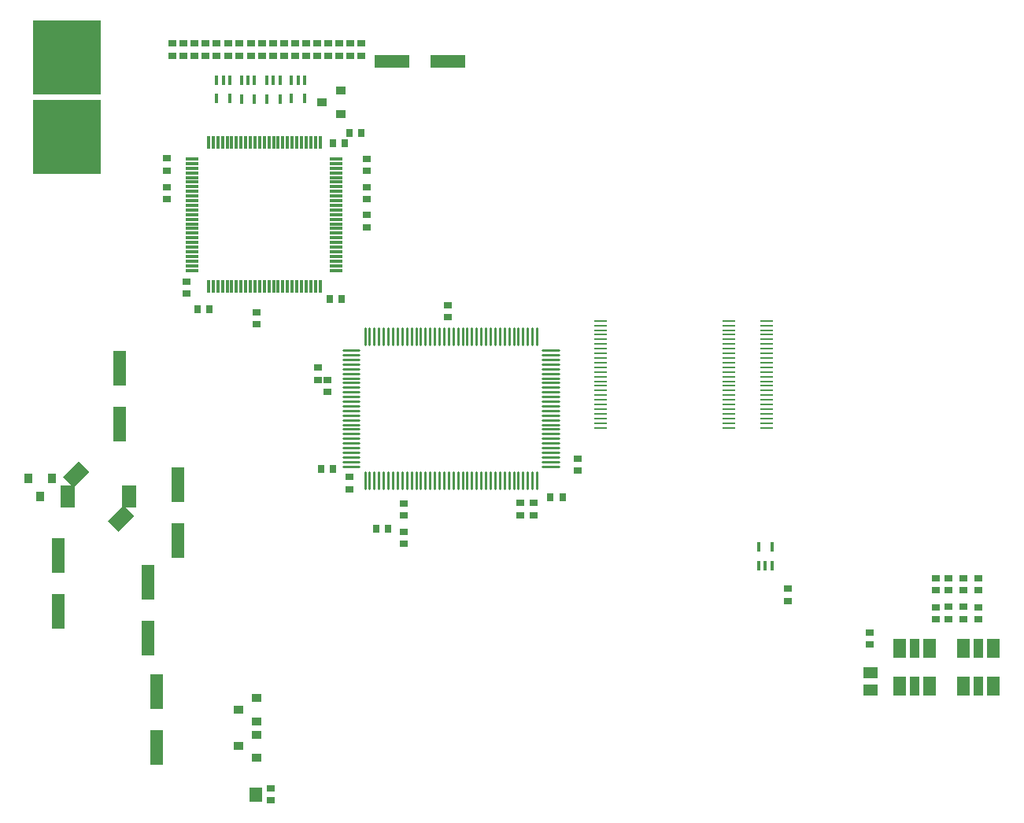
<source format=gbr>
G04 EAGLE Gerber RS-274X export*
G75*
%MOMM*%
%FSLAX34Y34*%
%LPD*%
%INSolderpaste Top*%
%IPPOS*%
%AMOC8*
5,1,8,0,0,1.08239X$1,22.5*%
G01*
%ADD10R,7.289800X8.051800*%
%ADD11R,1.346200X1.549400*%
%ADD12C,0.254000*%
%ADD13R,0.323600X1.347200*%
%ADD14R,1.347200X0.323600*%
%ADD15R,1.422400X0.254000*%
%ADD16R,0.900000X0.700000*%
%ADD17R,0.700000X0.900000*%
%ADD18R,0.400000X1.000000*%
%ADD19R,1.400000X3.800000*%
%ADD20R,3.800000X1.400000*%
%ADD21R,1.100000X0.900000*%
%ADD22R,0.900000X1.100000*%
%ADD23R,1.400000X2.000000*%
%ADD24R,1.000000X2.000000*%
%ADD25R,1.600000X2.400000*%
%ADD26R,2.400000X1.600000*%
%ADD27R,1.500000X1.300000*%


D10*
X74803Y852551D03*
X74930Y766572D03*
D11*
X278003Y59055D03*
D12*
X395220Y388376D02*
X395220Y405836D01*
X400220Y405836D02*
X400220Y388376D01*
X405220Y388376D02*
X405220Y405836D01*
X410220Y405836D02*
X410220Y388376D01*
X415220Y388376D02*
X415220Y405836D01*
X420220Y405836D02*
X420220Y388376D01*
X425220Y388376D02*
X425220Y405836D01*
X430220Y405836D02*
X430220Y388376D01*
X435220Y388376D02*
X435220Y405836D01*
X440220Y405836D02*
X440220Y388376D01*
X445220Y388376D02*
X445220Y405836D01*
X450220Y405836D02*
X450220Y388376D01*
X455220Y388376D02*
X455220Y405836D01*
X460220Y405836D02*
X460220Y388376D01*
X465220Y388376D02*
X465220Y405836D01*
X470220Y405836D02*
X470220Y388376D01*
X475220Y388376D02*
X475220Y405836D01*
X480220Y405836D02*
X480220Y388376D01*
X485220Y388376D02*
X485220Y405836D01*
X490220Y405836D02*
X490220Y388376D01*
X495220Y388376D02*
X495220Y405836D01*
X500220Y405836D02*
X500220Y388376D01*
X505220Y388376D02*
X505220Y405836D01*
X510220Y405836D02*
X510220Y388376D01*
X515220Y388376D02*
X515220Y405836D01*
X520220Y405836D02*
X520220Y388376D01*
X525220Y388376D02*
X525220Y405836D01*
X530220Y405836D02*
X530220Y388376D01*
X535220Y388376D02*
X535220Y405836D01*
X540220Y405836D02*
X540220Y388376D01*
X545220Y388376D02*
X545220Y405836D01*
X550220Y405836D02*
X550220Y388376D01*
X555220Y388376D02*
X555220Y405836D01*
X560220Y405836D02*
X560220Y388376D01*
X565220Y388376D02*
X565220Y405836D01*
X570220Y405836D02*
X570220Y388376D01*
X575220Y388376D02*
X575220Y405836D01*
X580220Y405836D02*
X580220Y388376D01*
X586490Y412106D02*
X603950Y412106D01*
X603950Y417106D02*
X586490Y417106D01*
X586490Y422106D02*
X603950Y422106D01*
X603950Y427106D02*
X586490Y427106D01*
X586490Y432106D02*
X603950Y432106D01*
X603950Y437106D02*
X586490Y437106D01*
X586490Y442106D02*
X603950Y442106D01*
X603950Y447106D02*
X586490Y447106D01*
X586490Y452106D02*
X603950Y452106D01*
X603950Y457106D02*
X586490Y457106D01*
X586490Y462106D02*
X603950Y462106D01*
X603950Y467106D02*
X586490Y467106D01*
X586490Y472106D02*
X603950Y472106D01*
X603950Y477106D02*
X586490Y477106D01*
X586490Y482106D02*
X603950Y482106D01*
X603950Y487106D02*
X586490Y487106D01*
X586490Y492106D02*
X603950Y492106D01*
X603950Y497106D02*
X586490Y497106D01*
X586490Y502106D02*
X603950Y502106D01*
X603950Y507106D02*
X586490Y507106D01*
X586490Y512106D02*
X603950Y512106D01*
X603950Y517106D02*
X586490Y517106D01*
X586490Y522106D02*
X603950Y522106D01*
X603950Y527106D02*
X586490Y527106D01*
X586490Y532106D02*
X603950Y532106D01*
X603950Y537106D02*
X586490Y537106D01*
X580220Y543376D02*
X580220Y560836D01*
X575220Y560836D02*
X575220Y543376D01*
X570220Y543376D02*
X570220Y560836D01*
X565220Y560836D02*
X565220Y543376D01*
X560220Y543376D02*
X560220Y560836D01*
X555220Y560836D02*
X555220Y543376D01*
X550220Y543376D02*
X550220Y560836D01*
X545220Y560836D02*
X545220Y543376D01*
X540220Y543376D02*
X540220Y560836D01*
X535220Y560836D02*
X535220Y543376D01*
X530220Y543376D02*
X530220Y560836D01*
X525220Y560836D02*
X525220Y543376D01*
X520220Y543376D02*
X520220Y560836D01*
X515220Y560836D02*
X515220Y543376D01*
X510220Y543376D02*
X510220Y560836D01*
X505220Y560836D02*
X505220Y543376D01*
X500220Y543376D02*
X500220Y560836D01*
X495220Y560836D02*
X495220Y543376D01*
X490220Y543376D02*
X490220Y560836D01*
X485220Y560836D02*
X485220Y543376D01*
X480220Y543376D02*
X480220Y560836D01*
X475220Y560836D02*
X475220Y543376D01*
X470220Y543376D02*
X470220Y560836D01*
X465220Y560836D02*
X465220Y543376D01*
X460220Y543376D02*
X460220Y560836D01*
X455220Y560836D02*
X455220Y543376D01*
X450220Y543376D02*
X450220Y560836D01*
X445220Y560836D02*
X445220Y543376D01*
X440220Y543376D02*
X440220Y560836D01*
X435220Y560836D02*
X435220Y543376D01*
X430220Y543376D02*
X430220Y560836D01*
X425220Y560836D02*
X425220Y543376D01*
X420220Y543376D02*
X420220Y560836D01*
X415220Y560836D02*
X415220Y543376D01*
X410220Y543376D02*
X410220Y560836D01*
X405220Y560836D02*
X405220Y543376D01*
X400220Y543376D02*
X400220Y560836D01*
X395220Y560836D02*
X395220Y543376D01*
X388950Y537106D02*
X371490Y537106D01*
X371490Y532106D02*
X388950Y532106D01*
X388950Y527106D02*
X371490Y527106D01*
X371490Y522106D02*
X388950Y522106D01*
X388950Y517106D02*
X371490Y517106D01*
X371490Y512106D02*
X388950Y512106D01*
X388950Y507106D02*
X371490Y507106D01*
X371490Y502106D02*
X388950Y502106D01*
X388950Y497106D02*
X371490Y497106D01*
X371490Y492106D02*
X388950Y492106D01*
X388950Y487106D02*
X371490Y487106D01*
X371490Y482106D02*
X388950Y482106D01*
X388950Y477106D02*
X371490Y477106D01*
X371490Y472106D02*
X388950Y472106D01*
X388950Y467106D02*
X371490Y467106D01*
X371490Y462106D02*
X388950Y462106D01*
X388950Y457106D02*
X371490Y457106D01*
X371490Y452106D02*
X388950Y452106D01*
X388950Y447106D02*
X371490Y447106D01*
X371490Y442106D02*
X388950Y442106D01*
X388950Y437106D02*
X371490Y437106D01*
X371490Y432106D02*
X388950Y432106D01*
X388950Y427106D02*
X371490Y427106D01*
X371490Y422106D02*
X388950Y422106D01*
X388950Y417106D02*
X371490Y417106D01*
X371490Y412106D02*
X388950Y412106D01*
D13*
X227020Y605680D03*
X232020Y605680D03*
X237020Y605680D03*
X242020Y605680D03*
X247020Y605680D03*
X252020Y605680D03*
X257020Y605680D03*
X262020Y605680D03*
X267020Y605680D03*
X272020Y605680D03*
X277020Y605680D03*
X282020Y605680D03*
X287020Y605680D03*
X292020Y605680D03*
X297020Y605680D03*
X302020Y605680D03*
X307020Y605680D03*
X312020Y605680D03*
X317020Y605680D03*
X322020Y605680D03*
X327020Y605680D03*
X332020Y605680D03*
X337020Y605680D03*
X342020Y605680D03*
X347020Y605680D03*
D14*
X364346Y623006D03*
X364346Y628006D03*
X364346Y633006D03*
X364346Y638006D03*
X364346Y643006D03*
X364346Y648006D03*
X364346Y653006D03*
X364346Y658006D03*
X364346Y663006D03*
X364346Y668006D03*
X364346Y673006D03*
X364346Y678006D03*
X364346Y683006D03*
X364346Y688006D03*
X364346Y693006D03*
X364346Y698006D03*
X364346Y703006D03*
X364346Y708006D03*
X364346Y713006D03*
X364346Y718006D03*
X364346Y723006D03*
X364346Y728006D03*
X364346Y733006D03*
X364346Y738006D03*
X364346Y743006D03*
D13*
X347020Y760332D03*
X342020Y760332D03*
X337020Y760332D03*
X332020Y760332D03*
X327020Y760332D03*
X322020Y760332D03*
X317020Y760332D03*
X312020Y760332D03*
X307020Y760332D03*
X302020Y760332D03*
X297020Y760332D03*
X292020Y760332D03*
X287020Y760332D03*
X282020Y760332D03*
X277020Y760332D03*
X272020Y760332D03*
X267020Y760332D03*
X262020Y760332D03*
X257020Y760332D03*
X252020Y760332D03*
X247020Y760332D03*
X242020Y760332D03*
X237020Y760332D03*
X232020Y760332D03*
X227020Y760332D03*
D14*
X209694Y743006D03*
X209694Y738006D03*
X209694Y733006D03*
X209694Y728006D03*
X209694Y723006D03*
X209694Y718006D03*
X209694Y713006D03*
X209694Y708006D03*
X209694Y703006D03*
X209694Y698006D03*
X209694Y693006D03*
X209694Y688006D03*
X209694Y683006D03*
X209694Y678006D03*
X209694Y673006D03*
X209694Y668006D03*
X209694Y663006D03*
X209694Y658006D03*
X209694Y653006D03*
X209694Y648006D03*
X209694Y643006D03*
X209694Y638006D03*
X209694Y633006D03*
X209694Y628006D03*
X209694Y623006D03*
D15*
X648970Y568706D03*
X648970Y563706D03*
X648970Y558706D03*
X648970Y553706D03*
X648970Y548706D03*
X648970Y543706D03*
X648970Y538706D03*
X648970Y533706D03*
X648970Y528706D03*
X648970Y523706D03*
X648970Y518706D03*
X648970Y513706D03*
X648970Y508706D03*
X648970Y503706D03*
X648970Y498706D03*
X648970Y493706D03*
X648970Y488706D03*
X648970Y483706D03*
X648970Y478706D03*
X648970Y473706D03*
X648970Y468706D03*
X648970Y463706D03*
X648970Y458706D03*
X648970Y453706D03*
X826970Y453706D03*
X826970Y458706D03*
X826970Y463706D03*
X826970Y468706D03*
X826970Y473706D03*
X826970Y478706D03*
X826970Y483706D03*
X826970Y488706D03*
X826970Y493706D03*
X826970Y498706D03*
X826970Y503706D03*
X826970Y508706D03*
X826970Y513706D03*
X826970Y518706D03*
X826970Y523706D03*
X826970Y528706D03*
X826970Y533706D03*
X826970Y538706D03*
X826970Y543706D03*
X826970Y548706D03*
X826970Y553706D03*
X826970Y558706D03*
X826970Y563706D03*
X826970Y568706D03*
X786970Y453706D03*
X786970Y458706D03*
X786970Y463706D03*
X786970Y468706D03*
X786970Y473706D03*
X786970Y478706D03*
X786970Y483706D03*
X786970Y488706D03*
X786970Y493706D03*
X786970Y498706D03*
X786970Y503706D03*
X786970Y508706D03*
X786970Y513706D03*
X786970Y518706D03*
X786970Y523706D03*
X786970Y528706D03*
X786970Y533706D03*
X786970Y538706D03*
X786970Y543706D03*
X786970Y548706D03*
X786970Y553706D03*
X786970Y558706D03*
X786970Y563706D03*
X786970Y568706D03*
D16*
X484886Y572747D03*
X484886Y585747D03*
X576834Y359768D03*
X576834Y372768D03*
X562102Y359768D03*
X562102Y372768D03*
X437134Y359514D03*
X437134Y372514D03*
X437134Y329034D03*
X437134Y342034D03*
D17*
X407520Y344932D03*
X420520Y344932D03*
D18*
X249824Y807880D03*
X235824Y807880D03*
X235824Y827880D03*
X242824Y827880D03*
X249824Y827880D03*
X276494Y807626D03*
X262494Y807626D03*
X262494Y827626D03*
X269494Y827626D03*
X276494Y827626D03*
X303926Y807626D03*
X289926Y807626D03*
X289926Y827626D03*
X296926Y827626D03*
X303926Y827626D03*
X330342Y807880D03*
X316342Y807880D03*
X316342Y827880D03*
X323342Y827880D03*
X330342Y827880D03*
D16*
X397256Y730354D03*
X397256Y743354D03*
X397256Y682648D03*
X397256Y669648D03*
X397256Y699874D03*
X397256Y712874D03*
X200152Y854052D03*
X200152Y867052D03*
X212090Y854052D03*
X212090Y867052D03*
X224028Y854052D03*
X224028Y867052D03*
X235966Y854052D03*
X235966Y867052D03*
X247904Y854052D03*
X247904Y867052D03*
X259842Y854052D03*
X259842Y867052D03*
X272542Y854052D03*
X272542Y867052D03*
X284734Y854052D03*
X284734Y867052D03*
X296672Y854052D03*
X296672Y867052D03*
X308610Y854052D03*
X308610Y867052D03*
X320294Y854052D03*
X320294Y867052D03*
X343916Y854052D03*
X343916Y867052D03*
X379730Y854052D03*
X379730Y867052D03*
X355854Y854052D03*
X355854Y867052D03*
X331978Y854052D03*
X331978Y867052D03*
X367792Y854052D03*
X367792Y867052D03*
X391668Y854052D03*
X391668Y867052D03*
D17*
X378310Y771271D03*
X391310Y771271D03*
D16*
X181864Y730608D03*
X181864Y743608D03*
X181864Y699366D03*
X181864Y712366D03*
X203200Y610766D03*
X203200Y597766D03*
X279146Y577746D03*
X279146Y564746D03*
D19*
X131191Y457934D03*
X131191Y517934D03*
D20*
X484660Y848233D03*
X424660Y848233D03*
D19*
X171323Y109954D03*
X171323Y169954D03*
X162052Y227048D03*
X162052Y287048D03*
X193802Y332712D03*
X193802Y392712D03*
X65786Y256512D03*
X65786Y316512D03*
D21*
X258986Y150368D03*
X278986Y137868D03*
X278986Y162868D03*
X258986Y110998D03*
X278986Y98498D03*
X278986Y123498D03*
D22*
X45974Y379382D03*
X58474Y399382D03*
X33474Y399382D03*
D21*
X349156Y804037D03*
X369156Y791537D03*
X369156Y816537D03*
D18*
X819008Y325468D03*
X833008Y325468D03*
X833008Y305468D03*
X826008Y305468D03*
X819008Y305468D03*
D23*
X1002790Y216088D03*
X1002790Y176088D03*
X970790Y176088D03*
X970790Y216088D03*
D24*
X986790Y216088D03*
X986790Y176088D03*
D23*
X1071116Y216088D03*
X1071116Y176088D03*
X1039116Y176088D03*
X1039116Y216088D03*
D24*
X1055116Y216088D03*
X1055116Y176088D03*
D25*
X141712Y379730D03*
X75712Y379730D03*
D26*
G36*
X147104Y358808D02*
X130134Y341838D01*
X118820Y353152D01*
X135790Y370122D01*
X147104Y358808D01*
G37*
G36*
X70320Y400652D02*
X87290Y417622D01*
X98604Y406308D01*
X81634Y389338D01*
X70320Y400652D01*
G37*
D27*
X939038Y190348D03*
X939038Y171348D03*
D16*
X938530Y233576D03*
X938530Y220576D03*
X1023366Y261008D03*
X1023366Y248008D03*
X1039114Y261008D03*
X1039114Y248008D03*
X1054862Y260500D03*
X1054862Y247500D03*
X849884Y280312D03*
X849884Y267312D03*
X624078Y420266D03*
X624078Y407266D03*
X378714Y400708D03*
X378714Y387708D03*
D17*
X594972Y378714D03*
X607972Y378714D03*
X214861Y581152D03*
X227861Y581152D03*
X360657Y760222D03*
X373657Y760222D03*
X357228Y591947D03*
X370228Y591947D03*
D16*
X294132Y52936D03*
X294132Y65936D03*
X1009396Y278742D03*
X1009396Y291742D03*
X1054862Y278996D03*
X1054862Y291996D03*
X1039114Y278996D03*
X1039114Y291996D03*
X1023366Y278742D03*
X1023366Y291742D03*
X1009396Y247500D03*
X1009396Y260500D03*
D17*
X347830Y409702D03*
X360830Y409702D03*
D16*
X187960Y867052D03*
X187960Y854052D03*
X344424Y518437D03*
X344424Y505437D03*
X355219Y505356D03*
X355219Y492356D03*
M02*

</source>
